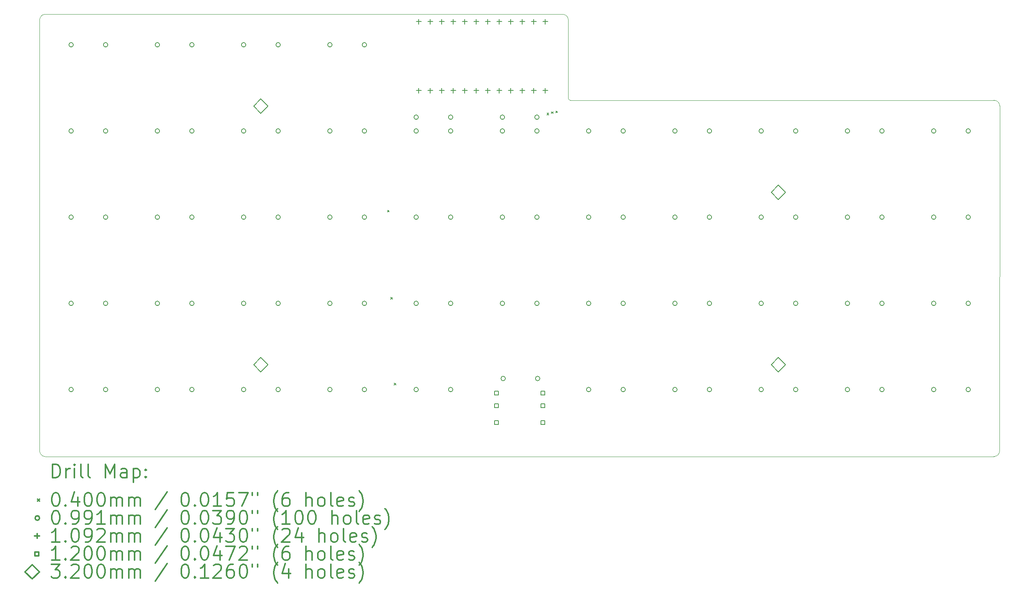
<source format=gbr>
%FSLAX45Y45*%
G04 Gerber Fmt 4.5, Leading zero omitted, Abs format (unit mm)*
G04 Created by KiCad (PCBNEW (5.1.10)-1) date 2021-10-22 01:43:09*
%MOMM*%
%LPD*%
G01*
G04 APERTURE LIST*
%TA.AperFunction,Profile*%
%ADD10C,0.050000*%
%TD*%
%ADD11C,0.200000*%
%ADD12C,0.300000*%
G04 APERTURE END LIST*
D10*
X15642500Y-5825000D02*
X25000000Y-5825000D01*
X15600000Y-5782500D02*
X15600000Y-4050000D01*
X15642500Y-5825000D02*
G75*
G02*
X15600000Y-5782500I0J42500D01*
G01*
X25000000Y-5824975D02*
G75*
G02*
X25127500Y-5950000I0J-127525D01*
G01*
X25125000Y-13575000D02*
G75*
G02*
X25000000Y-13700000I-125000J0D01*
G01*
X15475000Y-3925000D02*
G75*
G02*
X15600000Y-4050000I0J-125000D01*
G01*
X4050000Y-13700000D02*
G75*
G02*
X3925000Y-13575000I0J125000D01*
G01*
X3925000Y-4050000D02*
G75*
G02*
X4050000Y-3925000I125000J0D01*
G01*
X3925000Y-4050000D02*
X3925000Y-13575000D01*
X15475000Y-3925000D02*
X4050000Y-3925000D01*
X25125000Y-13575000D02*
X25127500Y-5950000D01*
X4050000Y-13700000D02*
X25000000Y-13700000D01*
D11*
X11605000Y-8255000D02*
X11645000Y-8295000D01*
X11645000Y-8255000D02*
X11605000Y-8295000D01*
X11679950Y-10179950D02*
X11719950Y-10219950D01*
X11719950Y-10179950D02*
X11679950Y-10219950D01*
X11755000Y-12080000D02*
X11795000Y-12120000D01*
X11795000Y-12080000D02*
X11755000Y-12120000D01*
X15126746Y-6105868D02*
X15166746Y-6145868D01*
X15166746Y-6105868D02*
X15126746Y-6145868D01*
X15223370Y-6080097D02*
X15263370Y-6120097D01*
X15263370Y-6080097D02*
X15223370Y-6120097D01*
X15321913Y-6063086D02*
X15361913Y-6103086D01*
X15361913Y-6063086D02*
X15321913Y-6103086D01*
X4668530Y-4600000D02*
G75*
G03*
X4668530Y-4600000I-49530J0D01*
G01*
X4668530Y-6505000D02*
G75*
G03*
X4668530Y-6505000I-49530J0D01*
G01*
X4668530Y-8410000D02*
G75*
G03*
X4668530Y-8410000I-49530J0D01*
G01*
X4668530Y-10315000D02*
G75*
G03*
X4668530Y-10315000I-49530J0D01*
G01*
X4668530Y-12220000D02*
G75*
G03*
X4668530Y-12220000I-49530J0D01*
G01*
X5430530Y-4600000D02*
G75*
G03*
X5430530Y-4600000I-49530J0D01*
G01*
X5430530Y-6505000D02*
G75*
G03*
X5430530Y-6505000I-49530J0D01*
G01*
X5430530Y-8410000D02*
G75*
G03*
X5430530Y-8410000I-49530J0D01*
G01*
X5430530Y-10315000D02*
G75*
G03*
X5430530Y-10315000I-49530J0D01*
G01*
X5430530Y-12220000D02*
G75*
G03*
X5430530Y-12220000I-49530J0D01*
G01*
X6573530Y-4600000D02*
G75*
G03*
X6573530Y-4600000I-49530J0D01*
G01*
X6573530Y-6505000D02*
G75*
G03*
X6573530Y-6505000I-49530J0D01*
G01*
X6573530Y-8410000D02*
G75*
G03*
X6573530Y-8410000I-49530J0D01*
G01*
X6573530Y-10315000D02*
G75*
G03*
X6573530Y-10315000I-49530J0D01*
G01*
X6573530Y-12220000D02*
G75*
G03*
X6573530Y-12220000I-49530J0D01*
G01*
X7335530Y-4600000D02*
G75*
G03*
X7335530Y-4600000I-49530J0D01*
G01*
X7335530Y-6505000D02*
G75*
G03*
X7335530Y-6505000I-49530J0D01*
G01*
X7335530Y-8410000D02*
G75*
G03*
X7335530Y-8410000I-49530J0D01*
G01*
X7335530Y-10315000D02*
G75*
G03*
X7335530Y-10315000I-49530J0D01*
G01*
X7335530Y-12220000D02*
G75*
G03*
X7335530Y-12220000I-49530J0D01*
G01*
X8478530Y-4600000D02*
G75*
G03*
X8478530Y-4600000I-49530J0D01*
G01*
X8478530Y-6505000D02*
G75*
G03*
X8478530Y-6505000I-49530J0D01*
G01*
X8478530Y-8410000D02*
G75*
G03*
X8478530Y-8410000I-49530J0D01*
G01*
X8478530Y-10315000D02*
G75*
G03*
X8478530Y-10315000I-49530J0D01*
G01*
X8478530Y-12220000D02*
G75*
G03*
X8478530Y-12220000I-49530J0D01*
G01*
X9240530Y-4600000D02*
G75*
G03*
X9240530Y-4600000I-49530J0D01*
G01*
X9240530Y-6505000D02*
G75*
G03*
X9240530Y-6505000I-49530J0D01*
G01*
X9240530Y-8410000D02*
G75*
G03*
X9240530Y-8410000I-49530J0D01*
G01*
X9240530Y-10315000D02*
G75*
G03*
X9240530Y-10315000I-49530J0D01*
G01*
X9240530Y-12220000D02*
G75*
G03*
X9240530Y-12220000I-49530J0D01*
G01*
X10383530Y-4600000D02*
G75*
G03*
X10383530Y-4600000I-49530J0D01*
G01*
X10383530Y-6505000D02*
G75*
G03*
X10383530Y-6505000I-49530J0D01*
G01*
X10383530Y-8410000D02*
G75*
G03*
X10383530Y-8410000I-49530J0D01*
G01*
X10383530Y-10315000D02*
G75*
G03*
X10383530Y-10315000I-49530J0D01*
G01*
X10383530Y-12220000D02*
G75*
G03*
X10383530Y-12220000I-49530J0D01*
G01*
X11145530Y-4600000D02*
G75*
G03*
X11145530Y-4600000I-49530J0D01*
G01*
X11145530Y-6505000D02*
G75*
G03*
X11145530Y-6505000I-49530J0D01*
G01*
X11145530Y-8410000D02*
G75*
G03*
X11145530Y-8410000I-49530J0D01*
G01*
X11145530Y-10315000D02*
G75*
G03*
X11145530Y-10315000I-49530J0D01*
G01*
X11145530Y-12220000D02*
G75*
G03*
X11145530Y-12220000I-49530J0D01*
G01*
X12288530Y-6200000D02*
G75*
G03*
X12288530Y-6200000I-49530J0D01*
G01*
X12288530Y-6505000D02*
G75*
G03*
X12288530Y-6505000I-49530J0D01*
G01*
X12288530Y-8410000D02*
G75*
G03*
X12288530Y-8410000I-49530J0D01*
G01*
X12288530Y-10315000D02*
G75*
G03*
X12288530Y-10315000I-49530J0D01*
G01*
X12288530Y-12220000D02*
G75*
G03*
X12288530Y-12220000I-49530J0D01*
G01*
X13050530Y-6200000D02*
G75*
G03*
X13050530Y-6200000I-49530J0D01*
G01*
X13050530Y-6505000D02*
G75*
G03*
X13050530Y-6505000I-49530J0D01*
G01*
X13050530Y-8410000D02*
G75*
G03*
X13050530Y-8410000I-49530J0D01*
G01*
X13050530Y-10315000D02*
G75*
G03*
X13050530Y-10315000I-49530J0D01*
G01*
X13050530Y-12220000D02*
G75*
G03*
X13050530Y-12220000I-49530J0D01*
G01*
X14193530Y-6200000D02*
G75*
G03*
X14193530Y-6200000I-49530J0D01*
G01*
X14193530Y-6505000D02*
G75*
G03*
X14193530Y-6505000I-49530J0D01*
G01*
X14193530Y-8410000D02*
G75*
G03*
X14193530Y-8410000I-49530J0D01*
G01*
X14193530Y-10315000D02*
G75*
G03*
X14193530Y-10315000I-49530J0D01*
G01*
X14209530Y-11975000D02*
G75*
G03*
X14209530Y-11975000I-49530J0D01*
G01*
X14955530Y-6200000D02*
G75*
G03*
X14955530Y-6200000I-49530J0D01*
G01*
X14955530Y-6505000D02*
G75*
G03*
X14955530Y-6505000I-49530J0D01*
G01*
X14955530Y-8410000D02*
G75*
G03*
X14955530Y-8410000I-49530J0D01*
G01*
X14955530Y-10315000D02*
G75*
G03*
X14955530Y-10315000I-49530J0D01*
G01*
X14971530Y-11975000D02*
G75*
G03*
X14971530Y-11975000I-49530J0D01*
G01*
X16098530Y-6505000D02*
G75*
G03*
X16098530Y-6505000I-49530J0D01*
G01*
X16098530Y-8410000D02*
G75*
G03*
X16098530Y-8410000I-49530J0D01*
G01*
X16098530Y-10315000D02*
G75*
G03*
X16098530Y-10315000I-49530J0D01*
G01*
X16098530Y-12220000D02*
G75*
G03*
X16098530Y-12220000I-49530J0D01*
G01*
X16860530Y-6505000D02*
G75*
G03*
X16860530Y-6505000I-49530J0D01*
G01*
X16860530Y-8410000D02*
G75*
G03*
X16860530Y-8410000I-49530J0D01*
G01*
X16860530Y-10315000D02*
G75*
G03*
X16860530Y-10315000I-49530J0D01*
G01*
X16860530Y-12220000D02*
G75*
G03*
X16860530Y-12220000I-49530J0D01*
G01*
X18003530Y-6505000D02*
G75*
G03*
X18003530Y-6505000I-49530J0D01*
G01*
X18003530Y-8410000D02*
G75*
G03*
X18003530Y-8410000I-49530J0D01*
G01*
X18003530Y-10315000D02*
G75*
G03*
X18003530Y-10315000I-49530J0D01*
G01*
X18003530Y-12220000D02*
G75*
G03*
X18003530Y-12220000I-49530J0D01*
G01*
X18765530Y-6505000D02*
G75*
G03*
X18765530Y-6505000I-49530J0D01*
G01*
X18765530Y-8410000D02*
G75*
G03*
X18765530Y-8410000I-49530J0D01*
G01*
X18765530Y-10315000D02*
G75*
G03*
X18765530Y-10315000I-49530J0D01*
G01*
X18765530Y-12220000D02*
G75*
G03*
X18765530Y-12220000I-49530J0D01*
G01*
X19908530Y-6505000D02*
G75*
G03*
X19908530Y-6505000I-49530J0D01*
G01*
X19908530Y-8410000D02*
G75*
G03*
X19908530Y-8410000I-49530J0D01*
G01*
X19908530Y-10315000D02*
G75*
G03*
X19908530Y-10315000I-49530J0D01*
G01*
X19908530Y-12220000D02*
G75*
G03*
X19908530Y-12220000I-49530J0D01*
G01*
X20670530Y-6505000D02*
G75*
G03*
X20670530Y-6505000I-49530J0D01*
G01*
X20670530Y-8410000D02*
G75*
G03*
X20670530Y-8410000I-49530J0D01*
G01*
X20670530Y-10315000D02*
G75*
G03*
X20670530Y-10315000I-49530J0D01*
G01*
X20670530Y-12220000D02*
G75*
G03*
X20670530Y-12220000I-49530J0D01*
G01*
X21813530Y-6505000D02*
G75*
G03*
X21813530Y-6505000I-49530J0D01*
G01*
X21813530Y-8410000D02*
G75*
G03*
X21813530Y-8410000I-49530J0D01*
G01*
X21813530Y-10315000D02*
G75*
G03*
X21813530Y-10315000I-49530J0D01*
G01*
X21813530Y-12220000D02*
G75*
G03*
X21813530Y-12220000I-49530J0D01*
G01*
X22575530Y-6505000D02*
G75*
G03*
X22575530Y-6505000I-49530J0D01*
G01*
X22575530Y-8410000D02*
G75*
G03*
X22575530Y-8410000I-49530J0D01*
G01*
X22575530Y-10315000D02*
G75*
G03*
X22575530Y-10315000I-49530J0D01*
G01*
X22575530Y-12220000D02*
G75*
G03*
X22575530Y-12220000I-49530J0D01*
G01*
X23718530Y-6505000D02*
G75*
G03*
X23718530Y-6505000I-49530J0D01*
G01*
X23718530Y-8410000D02*
G75*
G03*
X23718530Y-8410000I-49530J0D01*
G01*
X23718530Y-10315000D02*
G75*
G03*
X23718530Y-10315000I-49530J0D01*
G01*
X23718530Y-12220000D02*
G75*
G03*
X23718530Y-12220000I-49530J0D01*
G01*
X24480530Y-6505000D02*
G75*
G03*
X24480530Y-6505000I-49530J0D01*
G01*
X24480530Y-8410000D02*
G75*
G03*
X24480530Y-8410000I-49530J0D01*
G01*
X24480530Y-10315000D02*
G75*
G03*
X24480530Y-10315000I-49530J0D01*
G01*
X24480530Y-12220000D02*
G75*
G03*
X24480530Y-12220000I-49530J0D01*
G01*
X12298000Y-4033390D02*
X12298000Y-4142610D01*
X12243390Y-4088000D02*
X12352610Y-4088000D01*
X12298000Y-5557390D02*
X12298000Y-5666610D01*
X12243390Y-5612000D02*
X12352610Y-5612000D01*
X12552000Y-4033390D02*
X12552000Y-4142610D01*
X12497390Y-4088000D02*
X12606610Y-4088000D01*
X12552000Y-5557390D02*
X12552000Y-5666610D01*
X12497390Y-5612000D02*
X12606610Y-5612000D01*
X12806000Y-4033390D02*
X12806000Y-4142610D01*
X12751390Y-4088000D02*
X12860610Y-4088000D01*
X12806000Y-5557390D02*
X12806000Y-5666610D01*
X12751390Y-5612000D02*
X12860610Y-5612000D01*
X13060000Y-4033390D02*
X13060000Y-4142610D01*
X13005390Y-4088000D02*
X13114610Y-4088000D01*
X13060000Y-5557390D02*
X13060000Y-5666610D01*
X13005390Y-5612000D02*
X13114610Y-5612000D01*
X13314000Y-4033390D02*
X13314000Y-4142610D01*
X13259390Y-4088000D02*
X13368610Y-4088000D01*
X13314000Y-5557390D02*
X13314000Y-5666610D01*
X13259390Y-5612000D02*
X13368610Y-5612000D01*
X13568000Y-4033390D02*
X13568000Y-4142610D01*
X13513390Y-4088000D02*
X13622610Y-4088000D01*
X13568000Y-5557390D02*
X13568000Y-5666610D01*
X13513390Y-5612000D02*
X13622610Y-5612000D01*
X13822000Y-4033390D02*
X13822000Y-4142610D01*
X13767390Y-4088000D02*
X13876610Y-4088000D01*
X13822000Y-5557390D02*
X13822000Y-5666610D01*
X13767390Y-5612000D02*
X13876610Y-5612000D01*
X14076000Y-4033390D02*
X14076000Y-4142610D01*
X14021390Y-4088000D02*
X14130610Y-4088000D01*
X14076000Y-5557390D02*
X14076000Y-5666610D01*
X14021390Y-5612000D02*
X14130610Y-5612000D01*
X14330000Y-4033390D02*
X14330000Y-4142610D01*
X14275390Y-4088000D02*
X14384610Y-4088000D01*
X14330000Y-5557390D02*
X14330000Y-5666610D01*
X14275390Y-5612000D02*
X14384610Y-5612000D01*
X14584000Y-4033390D02*
X14584000Y-4142610D01*
X14529390Y-4088000D02*
X14638610Y-4088000D01*
X14584000Y-5557390D02*
X14584000Y-5666610D01*
X14529390Y-5612000D02*
X14638610Y-5612000D01*
X14838000Y-4033390D02*
X14838000Y-4142610D01*
X14783390Y-4088000D02*
X14892610Y-4088000D01*
X14838000Y-5557390D02*
X14838000Y-5666610D01*
X14783390Y-5612000D02*
X14892610Y-5612000D01*
X15092000Y-4033390D02*
X15092000Y-4142610D01*
X15037390Y-4088000D02*
X15146610Y-4088000D01*
X15092000Y-5557390D02*
X15092000Y-5666610D01*
X15037390Y-5612000D02*
X15146610Y-5612000D01*
X14052427Y-12337427D02*
X14052427Y-12252573D01*
X13967573Y-12252573D01*
X13967573Y-12337427D01*
X14052427Y-12337427D01*
X14052427Y-12617427D02*
X14052427Y-12532573D01*
X13967573Y-12532573D01*
X13967573Y-12617427D01*
X14052427Y-12617427D01*
X14052427Y-12987427D02*
X14052427Y-12902573D01*
X13967573Y-12902573D01*
X13967573Y-12987427D01*
X14052427Y-12987427D01*
X15082427Y-12337427D02*
X15082427Y-12252573D01*
X14997573Y-12252573D01*
X14997573Y-12337427D01*
X15082427Y-12337427D01*
X15082427Y-12617427D02*
X15082427Y-12532573D01*
X14997573Y-12532573D01*
X14997573Y-12617427D01*
X15082427Y-12617427D01*
X15082427Y-12987427D02*
X15082427Y-12902573D01*
X14997573Y-12902573D01*
X14997573Y-12987427D01*
X15082427Y-12987427D01*
X8810000Y-6112500D02*
X8970000Y-5952500D01*
X8810000Y-5792500D01*
X8650000Y-5952500D01*
X8810000Y-6112500D01*
X8810000Y-11827500D02*
X8970000Y-11667500D01*
X8810000Y-11507500D01*
X8650000Y-11667500D01*
X8810000Y-11827500D01*
X20240000Y-8017500D02*
X20400000Y-7857500D01*
X20240000Y-7697500D01*
X20080000Y-7857500D01*
X20240000Y-8017500D01*
X20240000Y-11827500D02*
X20400000Y-11667500D01*
X20240000Y-11507500D01*
X20080000Y-11667500D01*
X20240000Y-11827500D01*
D12*
X4208928Y-14168214D02*
X4208928Y-13868214D01*
X4280357Y-13868214D01*
X4323214Y-13882500D01*
X4351786Y-13911071D01*
X4366071Y-13939643D01*
X4380357Y-13996786D01*
X4380357Y-14039643D01*
X4366071Y-14096786D01*
X4351786Y-14125357D01*
X4323214Y-14153929D01*
X4280357Y-14168214D01*
X4208928Y-14168214D01*
X4508928Y-14168214D02*
X4508928Y-13968214D01*
X4508928Y-14025357D02*
X4523214Y-13996786D01*
X4537500Y-13982500D01*
X4566071Y-13968214D01*
X4594643Y-13968214D01*
X4694643Y-14168214D02*
X4694643Y-13968214D01*
X4694643Y-13868214D02*
X4680357Y-13882500D01*
X4694643Y-13896786D01*
X4708928Y-13882500D01*
X4694643Y-13868214D01*
X4694643Y-13896786D01*
X4880357Y-14168214D02*
X4851786Y-14153929D01*
X4837500Y-14125357D01*
X4837500Y-13868214D01*
X5037500Y-14168214D02*
X5008928Y-14153929D01*
X4994643Y-14125357D01*
X4994643Y-13868214D01*
X5380357Y-14168214D02*
X5380357Y-13868214D01*
X5480357Y-14082500D01*
X5580357Y-13868214D01*
X5580357Y-14168214D01*
X5851786Y-14168214D02*
X5851786Y-14011071D01*
X5837500Y-13982500D01*
X5808928Y-13968214D01*
X5751786Y-13968214D01*
X5723214Y-13982500D01*
X5851786Y-14153929D02*
X5823214Y-14168214D01*
X5751786Y-14168214D01*
X5723214Y-14153929D01*
X5708928Y-14125357D01*
X5708928Y-14096786D01*
X5723214Y-14068214D01*
X5751786Y-14053929D01*
X5823214Y-14053929D01*
X5851786Y-14039643D01*
X5994643Y-13968214D02*
X5994643Y-14268214D01*
X5994643Y-13982500D02*
X6023214Y-13968214D01*
X6080357Y-13968214D01*
X6108928Y-13982500D01*
X6123214Y-13996786D01*
X6137500Y-14025357D01*
X6137500Y-14111071D01*
X6123214Y-14139643D01*
X6108928Y-14153929D01*
X6080357Y-14168214D01*
X6023214Y-14168214D01*
X5994643Y-14153929D01*
X6266071Y-14139643D02*
X6280357Y-14153929D01*
X6266071Y-14168214D01*
X6251786Y-14153929D01*
X6266071Y-14139643D01*
X6266071Y-14168214D01*
X6266071Y-13982500D02*
X6280357Y-13996786D01*
X6266071Y-14011071D01*
X6251786Y-13996786D01*
X6266071Y-13982500D01*
X6266071Y-14011071D01*
X3882500Y-14642500D02*
X3922500Y-14682500D01*
X3922500Y-14642500D02*
X3882500Y-14682500D01*
X4266071Y-14498214D02*
X4294643Y-14498214D01*
X4323214Y-14512500D01*
X4337500Y-14526786D01*
X4351786Y-14555357D01*
X4366071Y-14612500D01*
X4366071Y-14683929D01*
X4351786Y-14741071D01*
X4337500Y-14769643D01*
X4323214Y-14783929D01*
X4294643Y-14798214D01*
X4266071Y-14798214D01*
X4237500Y-14783929D01*
X4223214Y-14769643D01*
X4208928Y-14741071D01*
X4194643Y-14683929D01*
X4194643Y-14612500D01*
X4208928Y-14555357D01*
X4223214Y-14526786D01*
X4237500Y-14512500D01*
X4266071Y-14498214D01*
X4494643Y-14769643D02*
X4508928Y-14783929D01*
X4494643Y-14798214D01*
X4480357Y-14783929D01*
X4494643Y-14769643D01*
X4494643Y-14798214D01*
X4766071Y-14598214D02*
X4766071Y-14798214D01*
X4694643Y-14483929D02*
X4623214Y-14698214D01*
X4808928Y-14698214D01*
X4980357Y-14498214D02*
X5008928Y-14498214D01*
X5037500Y-14512500D01*
X5051786Y-14526786D01*
X5066071Y-14555357D01*
X5080357Y-14612500D01*
X5080357Y-14683929D01*
X5066071Y-14741071D01*
X5051786Y-14769643D01*
X5037500Y-14783929D01*
X5008928Y-14798214D01*
X4980357Y-14798214D01*
X4951786Y-14783929D01*
X4937500Y-14769643D01*
X4923214Y-14741071D01*
X4908928Y-14683929D01*
X4908928Y-14612500D01*
X4923214Y-14555357D01*
X4937500Y-14526786D01*
X4951786Y-14512500D01*
X4980357Y-14498214D01*
X5266071Y-14498214D02*
X5294643Y-14498214D01*
X5323214Y-14512500D01*
X5337500Y-14526786D01*
X5351786Y-14555357D01*
X5366071Y-14612500D01*
X5366071Y-14683929D01*
X5351786Y-14741071D01*
X5337500Y-14769643D01*
X5323214Y-14783929D01*
X5294643Y-14798214D01*
X5266071Y-14798214D01*
X5237500Y-14783929D01*
X5223214Y-14769643D01*
X5208928Y-14741071D01*
X5194643Y-14683929D01*
X5194643Y-14612500D01*
X5208928Y-14555357D01*
X5223214Y-14526786D01*
X5237500Y-14512500D01*
X5266071Y-14498214D01*
X5494643Y-14798214D02*
X5494643Y-14598214D01*
X5494643Y-14626786D02*
X5508928Y-14612500D01*
X5537500Y-14598214D01*
X5580357Y-14598214D01*
X5608928Y-14612500D01*
X5623214Y-14641071D01*
X5623214Y-14798214D01*
X5623214Y-14641071D02*
X5637500Y-14612500D01*
X5666071Y-14598214D01*
X5708928Y-14598214D01*
X5737500Y-14612500D01*
X5751786Y-14641071D01*
X5751786Y-14798214D01*
X5894643Y-14798214D02*
X5894643Y-14598214D01*
X5894643Y-14626786D02*
X5908928Y-14612500D01*
X5937500Y-14598214D01*
X5980357Y-14598214D01*
X6008928Y-14612500D01*
X6023214Y-14641071D01*
X6023214Y-14798214D01*
X6023214Y-14641071D02*
X6037500Y-14612500D01*
X6066071Y-14598214D01*
X6108928Y-14598214D01*
X6137500Y-14612500D01*
X6151786Y-14641071D01*
X6151786Y-14798214D01*
X6737500Y-14483929D02*
X6480357Y-14869643D01*
X7123214Y-14498214D02*
X7151786Y-14498214D01*
X7180357Y-14512500D01*
X7194643Y-14526786D01*
X7208928Y-14555357D01*
X7223214Y-14612500D01*
X7223214Y-14683929D01*
X7208928Y-14741071D01*
X7194643Y-14769643D01*
X7180357Y-14783929D01*
X7151786Y-14798214D01*
X7123214Y-14798214D01*
X7094643Y-14783929D01*
X7080357Y-14769643D01*
X7066071Y-14741071D01*
X7051786Y-14683929D01*
X7051786Y-14612500D01*
X7066071Y-14555357D01*
X7080357Y-14526786D01*
X7094643Y-14512500D01*
X7123214Y-14498214D01*
X7351786Y-14769643D02*
X7366071Y-14783929D01*
X7351786Y-14798214D01*
X7337500Y-14783929D01*
X7351786Y-14769643D01*
X7351786Y-14798214D01*
X7551786Y-14498214D02*
X7580357Y-14498214D01*
X7608928Y-14512500D01*
X7623214Y-14526786D01*
X7637500Y-14555357D01*
X7651786Y-14612500D01*
X7651786Y-14683929D01*
X7637500Y-14741071D01*
X7623214Y-14769643D01*
X7608928Y-14783929D01*
X7580357Y-14798214D01*
X7551786Y-14798214D01*
X7523214Y-14783929D01*
X7508928Y-14769643D01*
X7494643Y-14741071D01*
X7480357Y-14683929D01*
X7480357Y-14612500D01*
X7494643Y-14555357D01*
X7508928Y-14526786D01*
X7523214Y-14512500D01*
X7551786Y-14498214D01*
X7937500Y-14798214D02*
X7766071Y-14798214D01*
X7851786Y-14798214D02*
X7851786Y-14498214D01*
X7823214Y-14541071D01*
X7794643Y-14569643D01*
X7766071Y-14583929D01*
X8208928Y-14498214D02*
X8066071Y-14498214D01*
X8051786Y-14641071D01*
X8066071Y-14626786D01*
X8094643Y-14612500D01*
X8166071Y-14612500D01*
X8194643Y-14626786D01*
X8208928Y-14641071D01*
X8223214Y-14669643D01*
X8223214Y-14741071D01*
X8208928Y-14769643D01*
X8194643Y-14783929D01*
X8166071Y-14798214D01*
X8094643Y-14798214D01*
X8066071Y-14783929D01*
X8051786Y-14769643D01*
X8323214Y-14498214D02*
X8523214Y-14498214D01*
X8394643Y-14798214D01*
X8623214Y-14498214D02*
X8623214Y-14555357D01*
X8737500Y-14498214D02*
X8737500Y-14555357D01*
X9180357Y-14912500D02*
X9166071Y-14898214D01*
X9137500Y-14855357D01*
X9123214Y-14826786D01*
X9108928Y-14783929D01*
X9094643Y-14712500D01*
X9094643Y-14655357D01*
X9108928Y-14583929D01*
X9123214Y-14541071D01*
X9137500Y-14512500D01*
X9166071Y-14469643D01*
X9180357Y-14455357D01*
X9423214Y-14498214D02*
X9366071Y-14498214D01*
X9337500Y-14512500D01*
X9323214Y-14526786D01*
X9294643Y-14569643D01*
X9280357Y-14626786D01*
X9280357Y-14741071D01*
X9294643Y-14769643D01*
X9308928Y-14783929D01*
X9337500Y-14798214D01*
X9394643Y-14798214D01*
X9423214Y-14783929D01*
X9437500Y-14769643D01*
X9451786Y-14741071D01*
X9451786Y-14669643D01*
X9437500Y-14641071D01*
X9423214Y-14626786D01*
X9394643Y-14612500D01*
X9337500Y-14612500D01*
X9308928Y-14626786D01*
X9294643Y-14641071D01*
X9280357Y-14669643D01*
X9808928Y-14798214D02*
X9808928Y-14498214D01*
X9937500Y-14798214D02*
X9937500Y-14641071D01*
X9923214Y-14612500D01*
X9894643Y-14598214D01*
X9851786Y-14598214D01*
X9823214Y-14612500D01*
X9808928Y-14626786D01*
X10123214Y-14798214D02*
X10094643Y-14783929D01*
X10080357Y-14769643D01*
X10066071Y-14741071D01*
X10066071Y-14655357D01*
X10080357Y-14626786D01*
X10094643Y-14612500D01*
X10123214Y-14598214D01*
X10166071Y-14598214D01*
X10194643Y-14612500D01*
X10208928Y-14626786D01*
X10223214Y-14655357D01*
X10223214Y-14741071D01*
X10208928Y-14769643D01*
X10194643Y-14783929D01*
X10166071Y-14798214D01*
X10123214Y-14798214D01*
X10394643Y-14798214D02*
X10366071Y-14783929D01*
X10351786Y-14755357D01*
X10351786Y-14498214D01*
X10623214Y-14783929D02*
X10594643Y-14798214D01*
X10537500Y-14798214D01*
X10508928Y-14783929D01*
X10494643Y-14755357D01*
X10494643Y-14641071D01*
X10508928Y-14612500D01*
X10537500Y-14598214D01*
X10594643Y-14598214D01*
X10623214Y-14612500D01*
X10637500Y-14641071D01*
X10637500Y-14669643D01*
X10494643Y-14698214D01*
X10751786Y-14783929D02*
X10780357Y-14798214D01*
X10837500Y-14798214D01*
X10866071Y-14783929D01*
X10880357Y-14755357D01*
X10880357Y-14741071D01*
X10866071Y-14712500D01*
X10837500Y-14698214D01*
X10794643Y-14698214D01*
X10766071Y-14683929D01*
X10751786Y-14655357D01*
X10751786Y-14641071D01*
X10766071Y-14612500D01*
X10794643Y-14598214D01*
X10837500Y-14598214D01*
X10866071Y-14612500D01*
X10980357Y-14912500D02*
X10994643Y-14898214D01*
X11023214Y-14855357D01*
X11037500Y-14826786D01*
X11051786Y-14783929D01*
X11066071Y-14712500D01*
X11066071Y-14655357D01*
X11051786Y-14583929D01*
X11037500Y-14541071D01*
X11023214Y-14512500D01*
X10994643Y-14469643D01*
X10980357Y-14455357D01*
X3922500Y-15058500D02*
G75*
G03*
X3922500Y-15058500I-49530J0D01*
G01*
X4266071Y-14894214D02*
X4294643Y-14894214D01*
X4323214Y-14908500D01*
X4337500Y-14922786D01*
X4351786Y-14951357D01*
X4366071Y-15008500D01*
X4366071Y-15079929D01*
X4351786Y-15137071D01*
X4337500Y-15165643D01*
X4323214Y-15179929D01*
X4294643Y-15194214D01*
X4266071Y-15194214D01*
X4237500Y-15179929D01*
X4223214Y-15165643D01*
X4208928Y-15137071D01*
X4194643Y-15079929D01*
X4194643Y-15008500D01*
X4208928Y-14951357D01*
X4223214Y-14922786D01*
X4237500Y-14908500D01*
X4266071Y-14894214D01*
X4494643Y-15165643D02*
X4508928Y-15179929D01*
X4494643Y-15194214D01*
X4480357Y-15179929D01*
X4494643Y-15165643D01*
X4494643Y-15194214D01*
X4651786Y-15194214D02*
X4708928Y-15194214D01*
X4737500Y-15179929D01*
X4751786Y-15165643D01*
X4780357Y-15122786D01*
X4794643Y-15065643D01*
X4794643Y-14951357D01*
X4780357Y-14922786D01*
X4766071Y-14908500D01*
X4737500Y-14894214D01*
X4680357Y-14894214D01*
X4651786Y-14908500D01*
X4637500Y-14922786D01*
X4623214Y-14951357D01*
X4623214Y-15022786D01*
X4637500Y-15051357D01*
X4651786Y-15065643D01*
X4680357Y-15079929D01*
X4737500Y-15079929D01*
X4766071Y-15065643D01*
X4780357Y-15051357D01*
X4794643Y-15022786D01*
X4937500Y-15194214D02*
X4994643Y-15194214D01*
X5023214Y-15179929D01*
X5037500Y-15165643D01*
X5066071Y-15122786D01*
X5080357Y-15065643D01*
X5080357Y-14951357D01*
X5066071Y-14922786D01*
X5051786Y-14908500D01*
X5023214Y-14894214D01*
X4966071Y-14894214D01*
X4937500Y-14908500D01*
X4923214Y-14922786D01*
X4908928Y-14951357D01*
X4908928Y-15022786D01*
X4923214Y-15051357D01*
X4937500Y-15065643D01*
X4966071Y-15079929D01*
X5023214Y-15079929D01*
X5051786Y-15065643D01*
X5066071Y-15051357D01*
X5080357Y-15022786D01*
X5366071Y-15194214D02*
X5194643Y-15194214D01*
X5280357Y-15194214D02*
X5280357Y-14894214D01*
X5251786Y-14937071D01*
X5223214Y-14965643D01*
X5194643Y-14979929D01*
X5494643Y-15194214D02*
X5494643Y-14994214D01*
X5494643Y-15022786D02*
X5508928Y-15008500D01*
X5537500Y-14994214D01*
X5580357Y-14994214D01*
X5608928Y-15008500D01*
X5623214Y-15037071D01*
X5623214Y-15194214D01*
X5623214Y-15037071D02*
X5637500Y-15008500D01*
X5666071Y-14994214D01*
X5708928Y-14994214D01*
X5737500Y-15008500D01*
X5751786Y-15037071D01*
X5751786Y-15194214D01*
X5894643Y-15194214D02*
X5894643Y-14994214D01*
X5894643Y-15022786D02*
X5908928Y-15008500D01*
X5937500Y-14994214D01*
X5980357Y-14994214D01*
X6008928Y-15008500D01*
X6023214Y-15037071D01*
X6023214Y-15194214D01*
X6023214Y-15037071D02*
X6037500Y-15008500D01*
X6066071Y-14994214D01*
X6108928Y-14994214D01*
X6137500Y-15008500D01*
X6151786Y-15037071D01*
X6151786Y-15194214D01*
X6737500Y-14879929D02*
X6480357Y-15265643D01*
X7123214Y-14894214D02*
X7151786Y-14894214D01*
X7180357Y-14908500D01*
X7194643Y-14922786D01*
X7208928Y-14951357D01*
X7223214Y-15008500D01*
X7223214Y-15079929D01*
X7208928Y-15137071D01*
X7194643Y-15165643D01*
X7180357Y-15179929D01*
X7151786Y-15194214D01*
X7123214Y-15194214D01*
X7094643Y-15179929D01*
X7080357Y-15165643D01*
X7066071Y-15137071D01*
X7051786Y-15079929D01*
X7051786Y-15008500D01*
X7066071Y-14951357D01*
X7080357Y-14922786D01*
X7094643Y-14908500D01*
X7123214Y-14894214D01*
X7351786Y-15165643D02*
X7366071Y-15179929D01*
X7351786Y-15194214D01*
X7337500Y-15179929D01*
X7351786Y-15165643D01*
X7351786Y-15194214D01*
X7551786Y-14894214D02*
X7580357Y-14894214D01*
X7608928Y-14908500D01*
X7623214Y-14922786D01*
X7637500Y-14951357D01*
X7651786Y-15008500D01*
X7651786Y-15079929D01*
X7637500Y-15137071D01*
X7623214Y-15165643D01*
X7608928Y-15179929D01*
X7580357Y-15194214D01*
X7551786Y-15194214D01*
X7523214Y-15179929D01*
X7508928Y-15165643D01*
X7494643Y-15137071D01*
X7480357Y-15079929D01*
X7480357Y-15008500D01*
X7494643Y-14951357D01*
X7508928Y-14922786D01*
X7523214Y-14908500D01*
X7551786Y-14894214D01*
X7751786Y-14894214D02*
X7937500Y-14894214D01*
X7837500Y-15008500D01*
X7880357Y-15008500D01*
X7908928Y-15022786D01*
X7923214Y-15037071D01*
X7937500Y-15065643D01*
X7937500Y-15137071D01*
X7923214Y-15165643D01*
X7908928Y-15179929D01*
X7880357Y-15194214D01*
X7794643Y-15194214D01*
X7766071Y-15179929D01*
X7751786Y-15165643D01*
X8080357Y-15194214D02*
X8137500Y-15194214D01*
X8166071Y-15179929D01*
X8180357Y-15165643D01*
X8208928Y-15122786D01*
X8223214Y-15065643D01*
X8223214Y-14951357D01*
X8208928Y-14922786D01*
X8194643Y-14908500D01*
X8166071Y-14894214D01*
X8108928Y-14894214D01*
X8080357Y-14908500D01*
X8066071Y-14922786D01*
X8051786Y-14951357D01*
X8051786Y-15022786D01*
X8066071Y-15051357D01*
X8080357Y-15065643D01*
X8108928Y-15079929D01*
X8166071Y-15079929D01*
X8194643Y-15065643D01*
X8208928Y-15051357D01*
X8223214Y-15022786D01*
X8408928Y-14894214D02*
X8437500Y-14894214D01*
X8466071Y-14908500D01*
X8480357Y-14922786D01*
X8494643Y-14951357D01*
X8508928Y-15008500D01*
X8508928Y-15079929D01*
X8494643Y-15137071D01*
X8480357Y-15165643D01*
X8466071Y-15179929D01*
X8437500Y-15194214D01*
X8408928Y-15194214D01*
X8380357Y-15179929D01*
X8366071Y-15165643D01*
X8351786Y-15137071D01*
X8337500Y-15079929D01*
X8337500Y-15008500D01*
X8351786Y-14951357D01*
X8366071Y-14922786D01*
X8380357Y-14908500D01*
X8408928Y-14894214D01*
X8623214Y-14894214D02*
X8623214Y-14951357D01*
X8737500Y-14894214D02*
X8737500Y-14951357D01*
X9180357Y-15308500D02*
X9166071Y-15294214D01*
X9137500Y-15251357D01*
X9123214Y-15222786D01*
X9108928Y-15179929D01*
X9094643Y-15108500D01*
X9094643Y-15051357D01*
X9108928Y-14979929D01*
X9123214Y-14937071D01*
X9137500Y-14908500D01*
X9166071Y-14865643D01*
X9180357Y-14851357D01*
X9451786Y-15194214D02*
X9280357Y-15194214D01*
X9366071Y-15194214D02*
X9366071Y-14894214D01*
X9337500Y-14937071D01*
X9308928Y-14965643D01*
X9280357Y-14979929D01*
X9637500Y-14894214D02*
X9666071Y-14894214D01*
X9694643Y-14908500D01*
X9708928Y-14922786D01*
X9723214Y-14951357D01*
X9737500Y-15008500D01*
X9737500Y-15079929D01*
X9723214Y-15137071D01*
X9708928Y-15165643D01*
X9694643Y-15179929D01*
X9666071Y-15194214D01*
X9637500Y-15194214D01*
X9608928Y-15179929D01*
X9594643Y-15165643D01*
X9580357Y-15137071D01*
X9566071Y-15079929D01*
X9566071Y-15008500D01*
X9580357Y-14951357D01*
X9594643Y-14922786D01*
X9608928Y-14908500D01*
X9637500Y-14894214D01*
X9923214Y-14894214D02*
X9951786Y-14894214D01*
X9980357Y-14908500D01*
X9994643Y-14922786D01*
X10008928Y-14951357D01*
X10023214Y-15008500D01*
X10023214Y-15079929D01*
X10008928Y-15137071D01*
X9994643Y-15165643D01*
X9980357Y-15179929D01*
X9951786Y-15194214D01*
X9923214Y-15194214D01*
X9894643Y-15179929D01*
X9880357Y-15165643D01*
X9866071Y-15137071D01*
X9851786Y-15079929D01*
X9851786Y-15008500D01*
X9866071Y-14951357D01*
X9880357Y-14922786D01*
X9894643Y-14908500D01*
X9923214Y-14894214D01*
X10380357Y-15194214D02*
X10380357Y-14894214D01*
X10508928Y-15194214D02*
X10508928Y-15037071D01*
X10494643Y-15008500D01*
X10466071Y-14994214D01*
X10423214Y-14994214D01*
X10394643Y-15008500D01*
X10380357Y-15022786D01*
X10694643Y-15194214D02*
X10666071Y-15179929D01*
X10651786Y-15165643D01*
X10637500Y-15137071D01*
X10637500Y-15051357D01*
X10651786Y-15022786D01*
X10666071Y-15008500D01*
X10694643Y-14994214D01*
X10737500Y-14994214D01*
X10766071Y-15008500D01*
X10780357Y-15022786D01*
X10794643Y-15051357D01*
X10794643Y-15137071D01*
X10780357Y-15165643D01*
X10766071Y-15179929D01*
X10737500Y-15194214D01*
X10694643Y-15194214D01*
X10966071Y-15194214D02*
X10937500Y-15179929D01*
X10923214Y-15151357D01*
X10923214Y-14894214D01*
X11194643Y-15179929D02*
X11166071Y-15194214D01*
X11108928Y-15194214D01*
X11080357Y-15179929D01*
X11066071Y-15151357D01*
X11066071Y-15037071D01*
X11080357Y-15008500D01*
X11108928Y-14994214D01*
X11166071Y-14994214D01*
X11194643Y-15008500D01*
X11208928Y-15037071D01*
X11208928Y-15065643D01*
X11066071Y-15094214D01*
X11323214Y-15179929D02*
X11351786Y-15194214D01*
X11408928Y-15194214D01*
X11437500Y-15179929D01*
X11451786Y-15151357D01*
X11451786Y-15137071D01*
X11437500Y-15108500D01*
X11408928Y-15094214D01*
X11366071Y-15094214D01*
X11337500Y-15079929D01*
X11323214Y-15051357D01*
X11323214Y-15037071D01*
X11337500Y-15008500D01*
X11366071Y-14994214D01*
X11408928Y-14994214D01*
X11437500Y-15008500D01*
X11551786Y-15308500D02*
X11566071Y-15294214D01*
X11594643Y-15251357D01*
X11608928Y-15222786D01*
X11623214Y-15179929D01*
X11637500Y-15108500D01*
X11637500Y-15051357D01*
X11623214Y-14979929D01*
X11608928Y-14937071D01*
X11594643Y-14908500D01*
X11566071Y-14865643D01*
X11551786Y-14851357D01*
X3867890Y-15399890D02*
X3867890Y-15509110D01*
X3813280Y-15454500D02*
X3922500Y-15454500D01*
X4366071Y-15590214D02*
X4194643Y-15590214D01*
X4280357Y-15590214D02*
X4280357Y-15290214D01*
X4251786Y-15333071D01*
X4223214Y-15361643D01*
X4194643Y-15375929D01*
X4494643Y-15561643D02*
X4508928Y-15575929D01*
X4494643Y-15590214D01*
X4480357Y-15575929D01*
X4494643Y-15561643D01*
X4494643Y-15590214D01*
X4694643Y-15290214D02*
X4723214Y-15290214D01*
X4751786Y-15304500D01*
X4766071Y-15318786D01*
X4780357Y-15347357D01*
X4794643Y-15404500D01*
X4794643Y-15475929D01*
X4780357Y-15533071D01*
X4766071Y-15561643D01*
X4751786Y-15575929D01*
X4723214Y-15590214D01*
X4694643Y-15590214D01*
X4666071Y-15575929D01*
X4651786Y-15561643D01*
X4637500Y-15533071D01*
X4623214Y-15475929D01*
X4623214Y-15404500D01*
X4637500Y-15347357D01*
X4651786Y-15318786D01*
X4666071Y-15304500D01*
X4694643Y-15290214D01*
X4937500Y-15590214D02*
X4994643Y-15590214D01*
X5023214Y-15575929D01*
X5037500Y-15561643D01*
X5066071Y-15518786D01*
X5080357Y-15461643D01*
X5080357Y-15347357D01*
X5066071Y-15318786D01*
X5051786Y-15304500D01*
X5023214Y-15290214D01*
X4966071Y-15290214D01*
X4937500Y-15304500D01*
X4923214Y-15318786D01*
X4908928Y-15347357D01*
X4908928Y-15418786D01*
X4923214Y-15447357D01*
X4937500Y-15461643D01*
X4966071Y-15475929D01*
X5023214Y-15475929D01*
X5051786Y-15461643D01*
X5066071Y-15447357D01*
X5080357Y-15418786D01*
X5194643Y-15318786D02*
X5208928Y-15304500D01*
X5237500Y-15290214D01*
X5308928Y-15290214D01*
X5337500Y-15304500D01*
X5351786Y-15318786D01*
X5366071Y-15347357D01*
X5366071Y-15375929D01*
X5351786Y-15418786D01*
X5180357Y-15590214D01*
X5366071Y-15590214D01*
X5494643Y-15590214D02*
X5494643Y-15390214D01*
X5494643Y-15418786D02*
X5508928Y-15404500D01*
X5537500Y-15390214D01*
X5580357Y-15390214D01*
X5608928Y-15404500D01*
X5623214Y-15433071D01*
X5623214Y-15590214D01*
X5623214Y-15433071D02*
X5637500Y-15404500D01*
X5666071Y-15390214D01*
X5708928Y-15390214D01*
X5737500Y-15404500D01*
X5751786Y-15433071D01*
X5751786Y-15590214D01*
X5894643Y-15590214D02*
X5894643Y-15390214D01*
X5894643Y-15418786D02*
X5908928Y-15404500D01*
X5937500Y-15390214D01*
X5980357Y-15390214D01*
X6008928Y-15404500D01*
X6023214Y-15433071D01*
X6023214Y-15590214D01*
X6023214Y-15433071D02*
X6037500Y-15404500D01*
X6066071Y-15390214D01*
X6108928Y-15390214D01*
X6137500Y-15404500D01*
X6151786Y-15433071D01*
X6151786Y-15590214D01*
X6737500Y-15275929D02*
X6480357Y-15661643D01*
X7123214Y-15290214D02*
X7151786Y-15290214D01*
X7180357Y-15304500D01*
X7194643Y-15318786D01*
X7208928Y-15347357D01*
X7223214Y-15404500D01*
X7223214Y-15475929D01*
X7208928Y-15533071D01*
X7194643Y-15561643D01*
X7180357Y-15575929D01*
X7151786Y-15590214D01*
X7123214Y-15590214D01*
X7094643Y-15575929D01*
X7080357Y-15561643D01*
X7066071Y-15533071D01*
X7051786Y-15475929D01*
X7051786Y-15404500D01*
X7066071Y-15347357D01*
X7080357Y-15318786D01*
X7094643Y-15304500D01*
X7123214Y-15290214D01*
X7351786Y-15561643D02*
X7366071Y-15575929D01*
X7351786Y-15590214D01*
X7337500Y-15575929D01*
X7351786Y-15561643D01*
X7351786Y-15590214D01*
X7551786Y-15290214D02*
X7580357Y-15290214D01*
X7608928Y-15304500D01*
X7623214Y-15318786D01*
X7637500Y-15347357D01*
X7651786Y-15404500D01*
X7651786Y-15475929D01*
X7637500Y-15533071D01*
X7623214Y-15561643D01*
X7608928Y-15575929D01*
X7580357Y-15590214D01*
X7551786Y-15590214D01*
X7523214Y-15575929D01*
X7508928Y-15561643D01*
X7494643Y-15533071D01*
X7480357Y-15475929D01*
X7480357Y-15404500D01*
X7494643Y-15347357D01*
X7508928Y-15318786D01*
X7523214Y-15304500D01*
X7551786Y-15290214D01*
X7908928Y-15390214D02*
X7908928Y-15590214D01*
X7837500Y-15275929D02*
X7766071Y-15490214D01*
X7951786Y-15490214D01*
X8037500Y-15290214D02*
X8223214Y-15290214D01*
X8123214Y-15404500D01*
X8166071Y-15404500D01*
X8194643Y-15418786D01*
X8208928Y-15433071D01*
X8223214Y-15461643D01*
X8223214Y-15533071D01*
X8208928Y-15561643D01*
X8194643Y-15575929D01*
X8166071Y-15590214D01*
X8080357Y-15590214D01*
X8051786Y-15575929D01*
X8037500Y-15561643D01*
X8408928Y-15290214D02*
X8437500Y-15290214D01*
X8466071Y-15304500D01*
X8480357Y-15318786D01*
X8494643Y-15347357D01*
X8508928Y-15404500D01*
X8508928Y-15475929D01*
X8494643Y-15533071D01*
X8480357Y-15561643D01*
X8466071Y-15575929D01*
X8437500Y-15590214D01*
X8408928Y-15590214D01*
X8380357Y-15575929D01*
X8366071Y-15561643D01*
X8351786Y-15533071D01*
X8337500Y-15475929D01*
X8337500Y-15404500D01*
X8351786Y-15347357D01*
X8366071Y-15318786D01*
X8380357Y-15304500D01*
X8408928Y-15290214D01*
X8623214Y-15290214D02*
X8623214Y-15347357D01*
X8737500Y-15290214D02*
X8737500Y-15347357D01*
X9180357Y-15704500D02*
X9166071Y-15690214D01*
X9137500Y-15647357D01*
X9123214Y-15618786D01*
X9108928Y-15575929D01*
X9094643Y-15504500D01*
X9094643Y-15447357D01*
X9108928Y-15375929D01*
X9123214Y-15333071D01*
X9137500Y-15304500D01*
X9166071Y-15261643D01*
X9180357Y-15247357D01*
X9280357Y-15318786D02*
X9294643Y-15304500D01*
X9323214Y-15290214D01*
X9394643Y-15290214D01*
X9423214Y-15304500D01*
X9437500Y-15318786D01*
X9451786Y-15347357D01*
X9451786Y-15375929D01*
X9437500Y-15418786D01*
X9266071Y-15590214D01*
X9451786Y-15590214D01*
X9708928Y-15390214D02*
X9708928Y-15590214D01*
X9637500Y-15275929D02*
X9566071Y-15490214D01*
X9751786Y-15490214D01*
X10094643Y-15590214D02*
X10094643Y-15290214D01*
X10223214Y-15590214D02*
X10223214Y-15433071D01*
X10208928Y-15404500D01*
X10180357Y-15390214D01*
X10137500Y-15390214D01*
X10108928Y-15404500D01*
X10094643Y-15418786D01*
X10408928Y-15590214D02*
X10380357Y-15575929D01*
X10366071Y-15561643D01*
X10351786Y-15533071D01*
X10351786Y-15447357D01*
X10366071Y-15418786D01*
X10380357Y-15404500D01*
X10408928Y-15390214D01*
X10451786Y-15390214D01*
X10480357Y-15404500D01*
X10494643Y-15418786D01*
X10508928Y-15447357D01*
X10508928Y-15533071D01*
X10494643Y-15561643D01*
X10480357Y-15575929D01*
X10451786Y-15590214D01*
X10408928Y-15590214D01*
X10680357Y-15590214D02*
X10651786Y-15575929D01*
X10637500Y-15547357D01*
X10637500Y-15290214D01*
X10908928Y-15575929D02*
X10880357Y-15590214D01*
X10823214Y-15590214D01*
X10794643Y-15575929D01*
X10780357Y-15547357D01*
X10780357Y-15433071D01*
X10794643Y-15404500D01*
X10823214Y-15390214D01*
X10880357Y-15390214D01*
X10908928Y-15404500D01*
X10923214Y-15433071D01*
X10923214Y-15461643D01*
X10780357Y-15490214D01*
X11037500Y-15575929D02*
X11066071Y-15590214D01*
X11123214Y-15590214D01*
X11151786Y-15575929D01*
X11166071Y-15547357D01*
X11166071Y-15533071D01*
X11151786Y-15504500D01*
X11123214Y-15490214D01*
X11080357Y-15490214D01*
X11051786Y-15475929D01*
X11037500Y-15447357D01*
X11037500Y-15433071D01*
X11051786Y-15404500D01*
X11080357Y-15390214D01*
X11123214Y-15390214D01*
X11151786Y-15404500D01*
X11266071Y-15704500D02*
X11280357Y-15690214D01*
X11308928Y-15647357D01*
X11323214Y-15618786D01*
X11337500Y-15575929D01*
X11351786Y-15504500D01*
X11351786Y-15447357D01*
X11337500Y-15375929D01*
X11323214Y-15333071D01*
X11308928Y-15304500D01*
X11280357Y-15261643D01*
X11266071Y-15247357D01*
X3904927Y-15892927D02*
X3904927Y-15808073D01*
X3820073Y-15808073D01*
X3820073Y-15892927D01*
X3904927Y-15892927D01*
X4366071Y-15986214D02*
X4194643Y-15986214D01*
X4280357Y-15986214D02*
X4280357Y-15686214D01*
X4251786Y-15729071D01*
X4223214Y-15757643D01*
X4194643Y-15771929D01*
X4494643Y-15957643D02*
X4508928Y-15971929D01*
X4494643Y-15986214D01*
X4480357Y-15971929D01*
X4494643Y-15957643D01*
X4494643Y-15986214D01*
X4623214Y-15714786D02*
X4637500Y-15700500D01*
X4666071Y-15686214D01*
X4737500Y-15686214D01*
X4766071Y-15700500D01*
X4780357Y-15714786D01*
X4794643Y-15743357D01*
X4794643Y-15771929D01*
X4780357Y-15814786D01*
X4608928Y-15986214D01*
X4794643Y-15986214D01*
X4980357Y-15686214D02*
X5008928Y-15686214D01*
X5037500Y-15700500D01*
X5051786Y-15714786D01*
X5066071Y-15743357D01*
X5080357Y-15800500D01*
X5080357Y-15871929D01*
X5066071Y-15929071D01*
X5051786Y-15957643D01*
X5037500Y-15971929D01*
X5008928Y-15986214D01*
X4980357Y-15986214D01*
X4951786Y-15971929D01*
X4937500Y-15957643D01*
X4923214Y-15929071D01*
X4908928Y-15871929D01*
X4908928Y-15800500D01*
X4923214Y-15743357D01*
X4937500Y-15714786D01*
X4951786Y-15700500D01*
X4980357Y-15686214D01*
X5266071Y-15686214D02*
X5294643Y-15686214D01*
X5323214Y-15700500D01*
X5337500Y-15714786D01*
X5351786Y-15743357D01*
X5366071Y-15800500D01*
X5366071Y-15871929D01*
X5351786Y-15929071D01*
X5337500Y-15957643D01*
X5323214Y-15971929D01*
X5294643Y-15986214D01*
X5266071Y-15986214D01*
X5237500Y-15971929D01*
X5223214Y-15957643D01*
X5208928Y-15929071D01*
X5194643Y-15871929D01*
X5194643Y-15800500D01*
X5208928Y-15743357D01*
X5223214Y-15714786D01*
X5237500Y-15700500D01*
X5266071Y-15686214D01*
X5494643Y-15986214D02*
X5494643Y-15786214D01*
X5494643Y-15814786D02*
X5508928Y-15800500D01*
X5537500Y-15786214D01*
X5580357Y-15786214D01*
X5608928Y-15800500D01*
X5623214Y-15829071D01*
X5623214Y-15986214D01*
X5623214Y-15829071D02*
X5637500Y-15800500D01*
X5666071Y-15786214D01*
X5708928Y-15786214D01*
X5737500Y-15800500D01*
X5751786Y-15829071D01*
X5751786Y-15986214D01*
X5894643Y-15986214D02*
X5894643Y-15786214D01*
X5894643Y-15814786D02*
X5908928Y-15800500D01*
X5937500Y-15786214D01*
X5980357Y-15786214D01*
X6008928Y-15800500D01*
X6023214Y-15829071D01*
X6023214Y-15986214D01*
X6023214Y-15829071D02*
X6037500Y-15800500D01*
X6066071Y-15786214D01*
X6108928Y-15786214D01*
X6137500Y-15800500D01*
X6151786Y-15829071D01*
X6151786Y-15986214D01*
X6737500Y-15671929D02*
X6480357Y-16057643D01*
X7123214Y-15686214D02*
X7151786Y-15686214D01*
X7180357Y-15700500D01*
X7194643Y-15714786D01*
X7208928Y-15743357D01*
X7223214Y-15800500D01*
X7223214Y-15871929D01*
X7208928Y-15929071D01*
X7194643Y-15957643D01*
X7180357Y-15971929D01*
X7151786Y-15986214D01*
X7123214Y-15986214D01*
X7094643Y-15971929D01*
X7080357Y-15957643D01*
X7066071Y-15929071D01*
X7051786Y-15871929D01*
X7051786Y-15800500D01*
X7066071Y-15743357D01*
X7080357Y-15714786D01*
X7094643Y-15700500D01*
X7123214Y-15686214D01*
X7351786Y-15957643D02*
X7366071Y-15971929D01*
X7351786Y-15986214D01*
X7337500Y-15971929D01*
X7351786Y-15957643D01*
X7351786Y-15986214D01*
X7551786Y-15686214D02*
X7580357Y-15686214D01*
X7608928Y-15700500D01*
X7623214Y-15714786D01*
X7637500Y-15743357D01*
X7651786Y-15800500D01*
X7651786Y-15871929D01*
X7637500Y-15929071D01*
X7623214Y-15957643D01*
X7608928Y-15971929D01*
X7580357Y-15986214D01*
X7551786Y-15986214D01*
X7523214Y-15971929D01*
X7508928Y-15957643D01*
X7494643Y-15929071D01*
X7480357Y-15871929D01*
X7480357Y-15800500D01*
X7494643Y-15743357D01*
X7508928Y-15714786D01*
X7523214Y-15700500D01*
X7551786Y-15686214D01*
X7908928Y-15786214D02*
X7908928Y-15986214D01*
X7837500Y-15671929D02*
X7766071Y-15886214D01*
X7951786Y-15886214D01*
X8037500Y-15686214D02*
X8237500Y-15686214D01*
X8108928Y-15986214D01*
X8337500Y-15714786D02*
X8351786Y-15700500D01*
X8380357Y-15686214D01*
X8451786Y-15686214D01*
X8480357Y-15700500D01*
X8494643Y-15714786D01*
X8508928Y-15743357D01*
X8508928Y-15771929D01*
X8494643Y-15814786D01*
X8323214Y-15986214D01*
X8508928Y-15986214D01*
X8623214Y-15686214D02*
X8623214Y-15743357D01*
X8737500Y-15686214D02*
X8737500Y-15743357D01*
X9180357Y-16100500D02*
X9166071Y-16086214D01*
X9137500Y-16043357D01*
X9123214Y-16014786D01*
X9108928Y-15971929D01*
X9094643Y-15900500D01*
X9094643Y-15843357D01*
X9108928Y-15771929D01*
X9123214Y-15729071D01*
X9137500Y-15700500D01*
X9166071Y-15657643D01*
X9180357Y-15643357D01*
X9423214Y-15686214D02*
X9366071Y-15686214D01*
X9337500Y-15700500D01*
X9323214Y-15714786D01*
X9294643Y-15757643D01*
X9280357Y-15814786D01*
X9280357Y-15929071D01*
X9294643Y-15957643D01*
X9308928Y-15971929D01*
X9337500Y-15986214D01*
X9394643Y-15986214D01*
X9423214Y-15971929D01*
X9437500Y-15957643D01*
X9451786Y-15929071D01*
X9451786Y-15857643D01*
X9437500Y-15829071D01*
X9423214Y-15814786D01*
X9394643Y-15800500D01*
X9337500Y-15800500D01*
X9308928Y-15814786D01*
X9294643Y-15829071D01*
X9280357Y-15857643D01*
X9808928Y-15986214D02*
X9808928Y-15686214D01*
X9937500Y-15986214D02*
X9937500Y-15829071D01*
X9923214Y-15800500D01*
X9894643Y-15786214D01*
X9851786Y-15786214D01*
X9823214Y-15800500D01*
X9808928Y-15814786D01*
X10123214Y-15986214D02*
X10094643Y-15971929D01*
X10080357Y-15957643D01*
X10066071Y-15929071D01*
X10066071Y-15843357D01*
X10080357Y-15814786D01*
X10094643Y-15800500D01*
X10123214Y-15786214D01*
X10166071Y-15786214D01*
X10194643Y-15800500D01*
X10208928Y-15814786D01*
X10223214Y-15843357D01*
X10223214Y-15929071D01*
X10208928Y-15957643D01*
X10194643Y-15971929D01*
X10166071Y-15986214D01*
X10123214Y-15986214D01*
X10394643Y-15986214D02*
X10366071Y-15971929D01*
X10351786Y-15943357D01*
X10351786Y-15686214D01*
X10623214Y-15971929D02*
X10594643Y-15986214D01*
X10537500Y-15986214D01*
X10508928Y-15971929D01*
X10494643Y-15943357D01*
X10494643Y-15829071D01*
X10508928Y-15800500D01*
X10537500Y-15786214D01*
X10594643Y-15786214D01*
X10623214Y-15800500D01*
X10637500Y-15829071D01*
X10637500Y-15857643D01*
X10494643Y-15886214D01*
X10751786Y-15971929D02*
X10780357Y-15986214D01*
X10837500Y-15986214D01*
X10866071Y-15971929D01*
X10880357Y-15943357D01*
X10880357Y-15929071D01*
X10866071Y-15900500D01*
X10837500Y-15886214D01*
X10794643Y-15886214D01*
X10766071Y-15871929D01*
X10751786Y-15843357D01*
X10751786Y-15829071D01*
X10766071Y-15800500D01*
X10794643Y-15786214D01*
X10837500Y-15786214D01*
X10866071Y-15800500D01*
X10980357Y-16100500D02*
X10994643Y-16086214D01*
X11023214Y-16043357D01*
X11037500Y-16014786D01*
X11051786Y-15971929D01*
X11066071Y-15900500D01*
X11066071Y-15843357D01*
X11051786Y-15771929D01*
X11037500Y-15729071D01*
X11023214Y-15700500D01*
X10994643Y-15657643D01*
X10980357Y-15643357D01*
X3762500Y-16406500D02*
X3922500Y-16246500D01*
X3762500Y-16086500D01*
X3602500Y-16246500D01*
X3762500Y-16406500D01*
X4180357Y-16082214D02*
X4366071Y-16082214D01*
X4266071Y-16196500D01*
X4308928Y-16196500D01*
X4337500Y-16210786D01*
X4351786Y-16225071D01*
X4366071Y-16253643D01*
X4366071Y-16325071D01*
X4351786Y-16353643D01*
X4337500Y-16367929D01*
X4308928Y-16382214D01*
X4223214Y-16382214D01*
X4194643Y-16367929D01*
X4180357Y-16353643D01*
X4494643Y-16353643D02*
X4508928Y-16367929D01*
X4494643Y-16382214D01*
X4480357Y-16367929D01*
X4494643Y-16353643D01*
X4494643Y-16382214D01*
X4623214Y-16110786D02*
X4637500Y-16096500D01*
X4666071Y-16082214D01*
X4737500Y-16082214D01*
X4766071Y-16096500D01*
X4780357Y-16110786D01*
X4794643Y-16139357D01*
X4794643Y-16167929D01*
X4780357Y-16210786D01*
X4608928Y-16382214D01*
X4794643Y-16382214D01*
X4980357Y-16082214D02*
X5008928Y-16082214D01*
X5037500Y-16096500D01*
X5051786Y-16110786D01*
X5066071Y-16139357D01*
X5080357Y-16196500D01*
X5080357Y-16267929D01*
X5066071Y-16325071D01*
X5051786Y-16353643D01*
X5037500Y-16367929D01*
X5008928Y-16382214D01*
X4980357Y-16382214D01*
X4951786Y-16367929D01*
X4937500Y-16353643D01*
X4923214Y-16325071D01*
X4908928Y-16267929D01*
X4908928Y-16196500D01*
X4923214Y-16139357D01*
X4937500Y-16110786D01*
X4951786Y-16096500D01*
X4980357Y-16082214D01*
X5266071Y-16082214D02*
X5294643Y-16082214D01*
X5323214Y-16096500D01*
X5337500Y-16110786D01*
X5351786Y-16139357D01*
X5366071Y-16196500D01*
X5366071Y-16267929D01*
X5351786Y-16325071D01*
X5337500Y-16353643D01*
X5323214Y-16367929D01*
X5294643Y-16382214D01*
X5266071Y-16382214D01*
X5237500Y-16367929D01*
X5223214Y-16353643D01*
X5208928Y-16325071D01*
X5194643Y-16267929D01*
X5194643Y-16196500D01*
X5208928Y-16139357D01*
X5223214Y-16110786D01*
X5237500Y-16096500D01*
X5266071Y-16082214D01*
X5494643Y-16382214D02*
X5494643Y-16182214D01*
X5494643Y-16210786D02*
X5508928Y-16196500D01*
X5537500Y-16182214D01*
X5580357Y-16182214D01*
X5608928Y-16196500D01*
X5623214Y-16225071D01*
X5623214Y-16382214D01*
X5623214Y-16225071D02*
X5637500Y-16196500D01*
X5666071Y-16182214D01*
X5708928Y-16182214D01*
X5737500Y-16196500D01*
X5751786Y-16225071D01*
X5751786Y-16382214D01*
X5894643Y-16382214D02*
X5894643Y-16182214D01*
X5894643Y-16210786D02*
X5908928Y-16196500D01*
X5937500Y-16182214D01*
X5980357Y-16182214D01*
X6008928Y-16196500D01*
X6023214Y-16225071D01*
X6023214Y-16382214D01*
X6023214Y-16225071D02*
X6037500Y-16196500D01*
X6066071Y-16182214D01*
X6108928Y-16182214D01*
X6137500Y-16196500D01*
X6151786Y-16225071D01*
X6151786Y-16382214D01*
X6737500Y-16067929D02*
X6480357Y-16453643D01*
X7123214Y-16082214D02*
X7151786Y-16082214D01*
X7180357Y-16096500D01*
X7194643Y-16110786D01*
X7208928Y-16139357D01*
X7223214Y-16196500D01*
X7223214Y-16267929D01*
X7208928Y-16325071D01*
X7194643Y-16353643D01*
X7180357Y-16367929D01*
X7151786Y-16382214D01*
X7123214Y-16382214D01*
X7094643Y-16367929D01*
X7080357Y-16353643D01*
X7066071Y-16325071D01*
X7051786Y-16267929D01*
X7051786Y-16196500D01*
X7066071Y-16139357D01*
X7080357Y-16110786D01*
X7094643Y-16096500D01*
X7123214Y-16082214D01*
X7351786Y-16353643D02*
X7366071Y-16367929D01*
X7351786Y-16382214D01*
X7337500Y-16367929D01*
X7351786Y-16353643D01*
X7351786Y-16382214D01*
X7651786Y-16382214D02*
X7480357Y-16382214D01*
X7566071Y-16382214D02*
X7566071Y-16082214D01*
X7537500Y-16125071D01*
X7508928Y-16153643D01*
X7480357Y-16167929D01*
X7766071Y-16110786D02*
X7780357Y-16096500D01*
X7808928Y-16082214D01*
X7880357Y-16082214D01*
X7908928Y-16096500D01*
X7923214Y-16110786D01*
X7937500Y-16139357D01*
X7937500Y-16167929D01*
X7923214Y-16210786D01*
X7751786Y-16382214D01*
X7937500Y-16382214D01*
X8194643Y-16082214D02*
X8137500Y-16082214D01*
X8108928Y-16096500D01*
X8094643Y-16110786D01*
X8066071Y-16153643D01*
X8051786Y-16210786D01*
X8051786Y-16325071D01*
X8066071Y-16353643D01*
X8080357Y-16367929D01*
X8108928Y-16382214D01*
X8166071Y-16382214D01*
X8194643Y-16367929D01*
X8208928Y-16353643D01*
X8223214Y-16325071D01*
X8223214Y-16253643D01*
X8208928Y-16225071D01*
X8194643Y-16210786D01*
X8166071Y-16196500D01*
X8108928Y-16196500D01*
X8080357Y-16210786D01*
X8066071Y-16225071D01*
X8051786Y-16253643D01*
X8408928Y-16082214D02*
X8437500Y-16082214D01*
X8466071Y-16096500D01*
X8480357Y-16110786D01*
X8494643Y-16139357D01*
X8508928Y-16196500D01*
X8508928Y-16267929D01*
X8494643Y-16325071D01*
X8480357Y-16353643D01*
X8466071Y-16367929D01*
X8437500Y-16382214D01*
X8408928Y-16382214D01*
X8380357Y-16367929D01*
X8366071Y-16353643D01*
X8351786Y-16325071D01*
X8337500Y-16267929D01*
X8337500Y-16196500D01*
X8351786Y-16139357D01*
X8366071Y-16110786D01*
X8380357Y-16096500D01*
X8408928Y-16082214D01*
X8623214Y-16082214D02*
X8623214Y-16139357D01*
X8737500Y-16082214D02*
X8737500Y-16139357D01*
X9180357Y-16496500D02*
X9166071Y-16482214D01*
X9137500Y-16439357D01*
X9123214Y-16410786D01*
X9108928Y-16367929D01*
X9094643Y-16296500D01*
X9094643Y-16239357D01*
X9108928Y-16167929D01*
X9123214Y-16125071D01*
X9137500Y-16096500D01*
X9166071Y-16053643D01*
X9180357Y-16039357D01*
X9423214Y-16182214D02*
X9423214Y-16382214D01*
X9351786Y-16067929D02*
X9280357Y-16282214D01*
X9466071Y-16282214D01*
X9808928Y-16382214D02*
X9808928Y-16082214D01*
X9937500Y-16382214D02*
X9937500Y-16225071D01*
X9923214Y-16196500D01*
X9894643Y-16182214D01*
X9851786Y-16182214D01*
X9823214Y-16196500D01*
X9808928Y-16210786D01*
X10123214Y-16382214D02*
X10094643Y-16367929D01*
X10080357Y-16353643D01*
X10066071Y-16325071D01*
X10066071Y-16239357D01*
X10080357Y-16210786D01*
X10094643Y-16196500D01*
X10123214Y-16182214D01*
X10166071Y-16182214D01*
X10194643Y-16196500D01*
X10208928Y-16210786D01*
X10223214Y-16239357D01*
X10223214Y-16325071D01*
X10208928Y-16353643D01*
X10194643Y-16367929D01*
X10166071Y-16382214D01*
X10123214Y-16382214D01*
X10394643Y-16382214D02*
X10366071Y-16367929D01*
X10351786Y-16339357D01*
X10351786Y-16082214D01*
X10623214Y-16367929D02*
X10594643Y-16382214D01*
X10537500Y-16382214D01*
X10508928Y-16367929D01*
X10494643Y-16339357D01*
X10494643Y-16225071D01*
X10508928Y-16196500D01*
X10537500Y-16182214D01*
X10594643Y-16182214D01*
X10623214Y-16196500D01*
X10637500Y-16225071D01*
X10637500Y-16253643D01*
X10494643Y-16282214D01*
X10751786Y-16367929D02*
X10780357Y-16382214D01*
X10837500Y-16382214D01*
X10866071Y-16367929D01*
X10880357Y-16339357D01*
X10880357Y-16325071D01*
X10866071Y-16296500D01*
X10837500Y-16282214D01*
X10794643Y-16282214D01*
X10766071Y-16267929D01*
X10751786Y-16239357D01*
X10751786Y-16225071D01*
X10766071Y-16196500D01*
X10794643Y-16182214D01*
X10837500Y-16182214D01*
X10866071Y-16196500D01*
X10980357Y-16496500D02*
X10994643Y-16482214D01*
X11023214Y-16439357D01*
X11037500Y-16410786D01*
X11051786Y-16367929D01*
X11066071Y-16296500D01*
X11066071Y-16239357D01*
X11051786Y-16167929D01*
X11037500Y-16125071D01*
X11023214Y-16096500D01*
X10994643Y-16053643D01*
X10980357Y-16039357D01*
M02*

</source>
